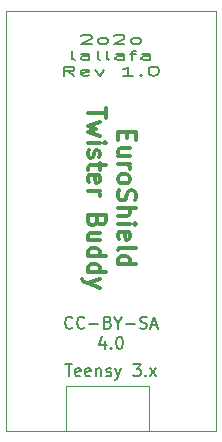
<source format=gbr>
G04 #@! TF.GenerationSoftware,KiCad,Pcbnew,(5.1.5-0-10_14)*
G04 #@! TF.CreationDate,2020-10-22T20:12:41+02:00*
G04 #@! TF.ProjectId,es_twister,65735f74-7769-4737-9465-722e6b696361,rev?*
G04 #@! TF.SameCoordinates,Original*
G04 #@! TF.FileFunction,Legend,Top*
G04 #@! TF.FilePolarity,Positive*
%FSLAX46Y46*%
G04 Gerber Fmt 4.6, Leading zero omitted, Abs format (unit mm)*
G04 Created by KiCad (PCBNEW (5.1.5-0-10_14)) date 2020-10-22 20:12:41*
%MOMM*%
%LPD*%
G04 APERTURE LIST*
%ADD10C,0.200000*%
%ADD11C,0.300000*%
%ADD12C,0.190500*%
%ADD13C,0.150000*%
%ADD14C,0.120000*%
G04 APERTURE END LIST*
D10*
X138978095Y-96662142D02*
X138930476Y-96709761D01*
X138787619Y-96757380D01*
X138692380Y-96757380D01*
X138549523Y-96709761D01*
X138454285Y-96614523D01*
X138406666Y-96519285D01*
X138359047Y-96328809D01*
X138359047Y-96185952D01*
X138406666Y-95995476D01*
X138454285Y-95900238D01*
X138549523Y-95805000D01*
X138692380Y-95757380D01*
X138787619Y-95757380D01*
X138930476Y-95805000D01*
X138978095Y-95852619D01*
X139978095Y-96662142D02*
X139930476Y-96709761D01*
X139787619Y-96757380D01*
X139692380Y-96757380D01*
X139549523Y-96709761D01*
X139454285Y-96614523D01*
X139406666Y-96519285D01*
X139359047Y-96328809D01*
X139359047Y-96185952D01*
X139406666Y-95995476D01*
X139454285Y-95900238D01*
X139549523Y-95805000D01*
X139692380Y-95757380D01*
X139787619Y-95757380D01*
X139930476Y-95805000D01*
X139978095Y-95852619D01*
X140406666Y-96376428D02*
X141168571Y-96376428D01*
X141978095Y-96233571D02*
X142120952Y-96281190D01*
X142168571Y-96328809D01*
X142216190Y-96424047D01*
X142216190Y-96566904D01*
X142168571Y-96662142D01*
X142120952Y-96709761D01*
X142025714Y-96757380D01*
X141644761Y-96757380D01*
X141644761Y-95757380D01*
X141978095Y-95757380D01*
X142073333Y-95805000D01*
X142120952Y-95852619D01*
X142168571Y-95947857D01*
X142168571Y-96043095D01*
X142120952Y-96138333D01*
X142073333Y-96185952D01*
X141978095Y-96233571D01*
X141644761Y-96233571D01*
X142835238Y-96281190D02*
X142835238Y-96757380D01*
X142501904Y-95757380D02*
X142835238Y-96281190D01*
X143168571Y-95757380D01*
X143501904Y-96376428D02*
X144263809Y-96376428D01*
X144692380Y-96709761D02*
X144835238Y-96757380D01*
X145073333Y-96757380D01*
X145168571Y-96709761D01*
X145216190Y-96662142D01*
X145263809Y-96566904D01*
X145263809Y-96471666D01*
X145216190Y-96376428D01*
X145168571Y-96328809D01*
X145073333Y-96281190D01*
X144882857Y-96233571D01*
X144787619Y-96185952D01*
X144740000Y-96138333D01*
X144692380Y-96043095D01*
X144692380Y-95947857D01*
X144740000Y-95852619D01*
X144787619Y-95805000D01*
X144882857Y-95757380D01*
X145120952Y-95757380D01*
X145263809Y-95805000D01*
X145644761Y-96471666D02*
X146120952Y-96471666D01*
X145549523Y-96757380D02*
X145882857Y-95757380D01*
X146216190Y-96757380D01*
X141716190Y-97790714D02*
X141716190Y-98457380D01*
X141478095Y-97409761D02*
X141240000Y-98124047D01*
X141859047Y-98124047D01*
X142240000Y-98362142D02*
X142287619Y-98409761D01*
X142240000Y-98457380D01*
X142192380Y-98409761D01*
X142240000Y-98362142D01*
X142240000Y-98457380D01*
X142906666Y-97457380D02*
X143001904Y-97457380D01*
X143097142Y-97505000D01*
X143144761Y-97552619D01*
X143192380Y-97647857D01*
X143240000Y-97838333D01*
X143240000Y-98076428D01*
X143192380Y-98266904D01*
X143144761Y-98362142D01*
X143097142Y-98409761D01*
X143001904Y-98457380D01*
X142906666Y-98457380D01*
X142811428Y-98409761D01*
X142763809Y-98362142D01*
X142716190Y-98266904D01*
X142668571Y-98076428D01*
X142668571Y-97838333D01*
X142716190Y-97647857D01*
X142763809Y-97552619D01*
X142811428Y-97505000D01*
X142906666Y-97457380D01*
D11*
X143622142Y-80117857D02*
X143622142Y-80617857D01*
X142836428Y-80832142D02*
X142836428Y-80117857D01*
X144336428Y-80117857D01*
X144336428Y-80832142D01*
X143836428Y-82117857D02*
X142836428Y-82117857D01*
X143836428Y-81475000D02*
X143050714Y-81475000D01*
X142907857Y-81546428D01*
X142836428Y-81689285D01*
X142836428Y-81903571D01*
X142907857Y-82046428D01*
X142979285Y-82117857D01*
X142836428Y-82832142D02*
X143836428Y-82832142D01*
X143550714Y-82832142D02*
X143693571Y-82903571D01*
X143765000Y-82975000D01*
X143836428Y-83117857D01*
X143836428Y-83260714D01*
X142836428Y-83975000D02*
X142907857Y-83832142D01*
X142979285Y-83760714D01*
X143122142Y-83689285D01*
X143550714Y-83689285D01*
X143693571Y-83760714D01*
X143765000Y-83832142D01*
X143836428Y-83975000D01*
X143836428Y-84189285D01*
X143765000Y-84332142D01*
X143693571Y-84403571D01*
X143550714Y-84475000D01*
X143122142Y-84475000D01*
X142979285Y-84403571D01*
X142907857Y-84332142D01*
X142836428Y-84189285D01*
X142836428Y-83975000D01*
X142907857Y-85046428D02*
X142836428Y-85260714D01*
X142836428Y-85617857D01*
X142907857Y-85760714D01*
X142979285Y-85832142D01*
X143122142Y-85903571D01*
X143265000Y-85903571D01*
X143407857Y-85832142D01*
X143479285Y-85760714D01*
X143550714Y-85617857D01*
X143622142Y-85332142D01*
X143693571Y-85189285D01*
X143765000Y-85117857D01*
X143907857Y-85046428D01*
X144050714Y-85046428D01*
X144193571Y-85117857D01*
X144265000Y-85189285D01*
X144336428Y-85332142D01*
X144336428Y-85689285D01*
X144265000Y-85903571D01*
X142836428Y-86546428D02*
X144336428Y-86546428D01*
X142836428Y-87189285D02*
X143622142Y-87189285D01*
X143765000Y-87117857D01*
X143836428Y-86975000D01*
X143836428Y-86760714D01*
X143765000Y-86617857D01*
X143693571Y-86546428D01*
X142836428Y-87903571D02*
X143836428Y-87903571D01*
X144336428Y-87903571D02*
X144265000Y-87832142D01*
X144193571Y-87903571D01*
X144265000Y-87975000D01*
X144336428Y-87903571D01*
X144193571Y-87903571D01*
X142907857Y-89189285D02*
X142836428Y-89046428D01*
X142836428Y-88760714D01*
X142907857Y-88617857D01*
X143050714Y-88546428D01*
X143622142Y-88546428D01*
X143765000Y-88617857D01*
X143836428Y-88760714D01*
X143836428Y-89046428D01*
X143765000Y-89189285D01*
X143622142Y-89260714D01*
X143479285Y-89260714D01*
X143336428Y-88546428D01*
X142836428Y-90117857D02*
X142907857Y-89975000D01*
X143050714Y-89903571D01*
X144336428Y-89903571D01*
X142836428Y-91332142D02*
X144336428Y-91332142D01*
X142907857Y-91332142D02*
X142836428Y-91189285D01*
X142836428Y-90903571D01*
X142907857Y-90760714D01*
X142979285Y-90689285D01*
X143122142Y-90617857D01*
X143550714Y-90617857D01*
X143693571Y-90689285D01*
X143765000Y-90760714D01*
X143836428Y-90903571D01*
X143836428Y-91189285D01*
X143765000Y-91332142D01*
X141786428Y-78082142D02*
X141786428Y-78939285D01*
X140286428Y-78510714D02*
X141786428Y-78510714D01*
X141286428Y-79296428D02*
X140286428Y-79582142D01*
X141000714Y-79867857D01*
X140286428Y-80153571D01*
X141286428Y-80439285D01*
X140286428Y-81010714D02*
X141286428Y-81010714D01*
X141786428Y-81010714D02*
X141715000Y-80939285D01*
X141643571Y-81010714D01*
X141715000Y-81082142D01*
X141786428Y-81010714D01*
X141643571Y-81010714D01*
X140357857Y-81653571D02*
X140286428Y-81796428D01*
X140286428Y-82082142D01*
X140357857Y-82225000D01*
X140500714Y-82296428D01*
X140572142Y-82296428D01*
X140715000Y-82225000D01*
X140786428Y-82082142D01*
X140786428Y-81867857D01*
X140857857Y-81725000D01*
X141000714Y-81653571D01*
X141072142Y-81653571D01*
X141215000Y-81725000D01*
X141286428Y-81867857D01*
X141286428Y-82082142D01*
X141215000Y-82225000D01*
X141286428Y-82725000D02*
X141286428Y-83296428D01*
X141786428Y-82939285D02*
X140500714Y-82939285D01*
X140357857Y-83010714D01*
X140286428Y-83153571D01*
X140286428Y-83296428D01*
X140357857Y-84367857D02*
X140286428Y-84225000D01*
X140286428Y-83939285D01*
X140357857Y-83796428D01*
X140500714Y-83725000D01*
X141072142Y-83725000D01*
X141215000Y-83796428D01*
X141286428Y-83939285D01*
X141286428Y-84225000D01*
X141215000Y-84367857D01*
X141072142Y-84439285D01*
X140929285Y-84439285D01*
X140786428Y-83725000D01*
X140286428Y-85082142D02*
X141286428Y-85082142D01*
X141000714Y-85082142D02*
X141143571Y-85153571D01*
X141215000Y-85225000D01*
X141286428Y-85367857D01*
X141286428Y-85510714D01*
X141072142Y-87653571D02*
X141000714Y-87867857D01*
X140929285Y-87939285D01*
X140786428Y-88010714D01*
X140572142Y-88010714D01*
X140429285Y-87939285D01*
X140357857Y-87867857D01*
X140286428Y-87725000D01*
X140286428Y-87153571D01*
X141786428Y-87153571D01*
X141786428Y-87653571D01*
X141715000Y-87796428D01*
X141643571Y-87867857D01*
X141500714Y-87939285D01*
X141357857Y-87939285D01*
X141215000Y-87867857D01*
X141143571Y-87796428D01*
X141072142Y-87653571D01*
X141072142Y-87153571D01*
X141286428Y-89296428D02*
X140286428Y-89296428D01*
X141286428Y-88653571D02*
X140500714Y-88653571D01*
X140357857Y-88725000D01*
X140286428Y-88867857D01*
X140286428Y-89082142D01*
X140357857Y-89225000D01*
X140429285Y-89296428D01*
X140286428Y-90653571D02*
X141786428Y-90653571D01*
X140357857Y-90653571D02*
X140286428Y-90510714D01*
X140286428Y-90225000D01*
X140357857Y-90082142D01*
X140429285Y-90010714D01*
X140572142Y-89939285D01*
X141000714Y-89939285D01*
X141143571Y-90010714D01*
X141215000Y-90082142D01*
X141286428Y-90225000D01*
X141286428Y-90510714D01*
X141215000Y-90653571D01*
X140286428Y-92010714D02*
X141786428Y-92010714D01*
X140357857Y-92010714D02*
X140286428Y-91867857D01*
X140286428Y-91582142D01*
X140357857Y-91439285D01*
X140429285Y-91367857D01*
X140572142Y-91296428D01*
X141000714Y-91296428D01*
X141143571Y-91367857D01*
X141215000Y-91439285D01*
X141286428Y-91582142D01*
X141286428Y-91867857D01*
X141215000Y-92010714D01*
X141286428Y-92582142D02*
X140286428Y-92939285D01*
X141286428Y-93296428D02*
X140286428Y-92939285D01*
X139929285Y-92796428D01*
X139857857Y-92725000D01*
X139786428Y-92582142D01*
D12*
X139740000Y-71981785D02*
X139811428Y-71945500D01*
X139954285Y-71909214D01*
X140311428Y-71909214D01*
X140454285Y-71945500D01*
X140525714Y-71981785D01*
X140597142Y-72054357D01*
X140597142Y-72126928D01*
X140525714Y-72235785D01*
X139668571Y-72671214D01*
X140597142Y-72671214D01*
X141454285Y-72671214D02*
X141311428Y-72634928D01*
X141240000Y-72598642D01*
X141168571Y-72526071D01*
X141168571Y-72308357D01*
X141240000Y-72235785D01*
X141311428Y-72199500D01*
X141454285Y-72163214D01*
X141668571Y-72163214D01*
X141811428Y-72199500D01*
X141882857Y-72235785D01*
X141954285Y-72308357D01*
X141954285Y-72526071D01*
X141882857Y-72598642D01*
X141811428Y-72634928D01*
X141668571Y-72671214D01*
X141454285Y-72671214D01*
X142525714Y-71981785D02*
X142597142Y-71945500D01*
X142740000Y-71909214D01*
X143097142Y-71909214D01*
X143240000Y-71945500D01*
X143311428Y-71981785D01*
X143382857Y-72054357D01*
X143382857Y-72126928D01*
X143311428Y-72235785D01*
X142454285Y-72671214D01*
X143382857Y-72671214D01*
X144240000Y-72671214D02*
X144097142Y-72634928D01*
X144025714Y-72598642D01*
X143954285Y-72526071D01*
X143954285Y-72308357D01*
X144025714Y-72235785D01*
X144097142Y-72199500D01*
X144240000Y-72163214D01*
X144454285Y-72163214D01*
X144597142Y-72199500D01*
X144668571Y-72235785D01*
X144740000Y-72308357D01*
X144740000Y-72526071D01*
X144668571Y-72598642D01*
X144597142Y-72634928D01*
X144454285Y-72671214D01*
X144240000Y-72671214D01*
X139168571Y-74004714D02*
X139025714Y-73968428D01*
X138954285Y-73895857D01*
X138954285Y-73242714D01*
X140382857Y-74004714D02*
X140382857Y-73605571D01*
X140311428Y-73533000D01*
X140168571Y-73496714D01*
X139882857Y-73496714D01*
X139740000Y-73533000D01*
X140382857Y-73968428D02*
X140240000Y-74004714D01*
X139882857Y-74004714D01*
X139740000Y-73968428D01*
X139668571Y-73895857D01*
X139668571Y-73823285D01*
X139740000Y-73750714D01*
X139882857Y-73714428D01*
X140240000Y-73714428D01*
X140382857Y-73678142D01*
X141311428Y-74004714D02*
X141168571Y-73968428D01*
X141097142Y-73895857D01*
X141097142Y-73242714D01*
X142097142Y-74004714D02*
X141954285Y-73968428D01*
X141882857Y-73895857D01*
X141882857Y-73242714D01*
X143311428Y-74004714D02*
X143311428Y-73605571D01*
X143240000Y-73533000D01*
X143097142Y-73496714D01*
X142811428Y-73496714D01*
X142668571Y-73533000D01*
X143311428Y-73968428D02*
X143168571Y-74004714D01*
X142811428Y-74004714D01*
X142668571Y-73968428D01*
X142597142Y-73895857D01*
X142597142Y-73823285D01*
X142668571Y-73750714D01*
X142811428Y-73714428D01*
X143168571Y-73714428D01*
X143311428Y-73678142D01*
X143811428Y-73496714D02*
X144382857Y-73496714D01*
X144025714Y-74004714D02*
X144025714Y-73351571D01*
X144097142Y-73279000D01*
X144240000Y-73242714D01*
X144382857Y-73242714D01*
X145525714Y-74004714D02*
X145525714Y-73605571D01*
X145454285Y-73533000D01*
X145311428Y-73496714D01*
X145025714Y-73496714D01*
X144882857Y-73533000D01*
X145525714Y-73968428D02*
X145382857Y-74004714D01*
X145025714Y-74004714D01*
X144882857Y-73968428D01*
X144811428Y-73895857D01*
X144811428Y-73823285D01*
X144882857Y-73750714D01*
X145025714Y-73714428D01*
X145382857Y-73714428D01*
X145525714Y-73678142D01*
X139132857Y-75338214D02*
X138632857Y-74975357D01*
X138275714Y-75338214D02*
X138275714Y-74576214D01*
X138847142Y-74576214D01*
X138990000Y-74612500D01*
X139061428Y-74648785D01*
X139132857Y-74721357D01*
X139132857Y-74830214D01*
X139061428Y-74902785D01*
X138990000Y-74939071D01*
X138847142Y-74975357D01*
X138275714Y-74975357D01*
X140347142Y-75301928D02*
X140204285Y-75338214D01*
X139918571Y-75338214D01*
X139775714Y-75301928D01*
X139704285Y-75229357D01*
X139704285Y-74939071D01*
X139775714Y-74866500D01*
X139918571Y-74830214D01*
X140204285Y-74830214D01*
X140347142Y-74866500D01*
X140418571Y-74939071D01*
X140418571Y-75011642D01*
X139704285Y-75084214D01*
X140918571Y-74830214D02*
X141275714Y-75338214D01*
X141632857Y-74830214D01*
X144132857Y-75338214D02*
X143275714Y-75338214D01*
X143704285Y-75338214D02*
X143704285Y-74576214D01*
X143561428Y-74685071D01*
X143418571Y-74757642D01*
X143275714Y-74793928D01*
X144775714Y-75265642D02*
X144847142Y-75301928D01*
X144775714Y-75338214D01*
X144704285Y-75301928D01*
X144775714Y-75265642D01*
X144775714Y-75338214D01*
X145775714Y-74576214D02*
X145918571Y-74576214D01*
X146061428Y-74612500D01*
X146132857Y-74648785D01*
X146204285Y-74721357D01*
X146275714Y-74866500D01*
X146275714Y-75047928D01*
X146204285Y-75193071D01*
X146132857Y-75265642D01*
X146061428Y-75301928D01*
X145918571Y-75338214D01*
X145775714Y-75338214D01*
X145632857Y-75301928D01*
X145561428Y-75265642D01*
X145490000Y-75193071D01*
X145418571Y-75047928D01*
X145418571Y-74866500D01*
X145490000Y-74721357D01*
X145561428Y-74648785D01*
X145632857Y-74612500D01*
X145775714Y-74576214D01*
D13*
X138359047Y-99782380D02*
X138930476Y-99782380D01*
X138644761Y-100782380D02*
X138644761Y-99782380D01*
X139644761Y-100734761D02*
X139549523Y-100782380D01*
X139359047Y-100782380D01*
X139263809Y-100734761D01*
X139216190Y-100639523D01*
X139216190Y-100258571D01*
X139263809Y-100163333D01*
X139359047Y-100115714D01*
X139549523Y-100115714D01*
X139644761Y-100163333D01*
X139692380Y-100258571D01*
X139692380Y-100353809D01*
X139216190Y-100449047D01*
X140501904Y-100734761D02*
X140406666Y-100782380D01*
X140216190Y-100782380D01*
X140120952Y-100734761D01*
X140073333Y-100639523D01*
X140073333Y-100258571D01*
X140120952Y-100163333D01*
X140216190Y-100115714D01*
X140406666Y-100115714D01*
X140501904Y-100163333D01*
X140549523Y-100258571D01*
X140549523Y-100353809D01*
X140073333Y-100449047D01*
X140978095Y-100115714D02*
X140978095Y-100782380D01*
X140978095Y-100210952D02*
X141025714Y-100163333D01*
X141120952Y-100115714D01*
X141263809Y-100115714D01*
X141359047Y-100163333D01*
X141406666Y-100258571D01*
X141406666Y-100782380D01*
X141835238Y-100734761D02*
X141930476Y-100782380D01*
X142120952Y-100782380D01*
X142216190Y-100734761D01*
X142263809Y-100639523D01*
X142263809Y-100591904D01*
X142216190Y-100496666D01*
X142120952Y-100449047D01*
X141978095Y-100449047D01*
X141882857Y-100401428D01*
X141835238Y-100306190D01*
X141835238Y-100258571D01*
X141882857Y-100163333D01*
X141978095Y-100115714D01*
X142120952Y-100115714D01*
X142216190Y-100163333D01*
X142597142Y-100115714D02*
X142835238Y-100782380D01*
X143073333Y-100115714D02*
X142835238Y-100782380D01*
X142740000Y-101020476D01*
X142692380Y-101068095D01*
X142597142Y-101115714D01*
X144120952Y-99782380D02*
X144740000Y-99782380D01*
X144406666Y-100163333D01*
X144549523Y-100163333D01*
X144644761Y-100210952D01*
X144692380Y-100258571D01*
X144740000Y-100353809D01*
X144740000Y-100591904D01*
X144692380Y-100687142D01*
X144644761Y-100734761D01*
X144549523Y-100782380D01*
X144263809Y-100782380D01*
X144168571Y-100734761D01*
X144120952Y-100687142D01*
X145168571Y-100687142D02*
X145216190Y-100734761D01*
X145168571Y-100782380D01*
X145120952Y-100734761D01*
X145168571Y-100687142D01*
X145168571Y-100782380D01*
X145549523Y-100782380D02*
X146073333Y-100115714D01*
X145549523Y-100115714D02*
X146073333Y-100782380D01*
D14*
X138430000Y-101600000D02*
X138430000Y-105410000D01*
X145415000Y-101600000D02*
X138430000Y-101600000D01*
X145415000Y-105410000D02*
X145415000Y-101600000D01*
X151130000Y-69850000D02*
X151130000Y-105410000D01*
X133350000Y-69850000D02*
X151130000Y-69850000D01*
X133350000Y-105410000D02*
X133350000Y-69850000D01*
X151130000Y-105410000D02*
X133350000Y-105410000D01*
M02*

</source>
